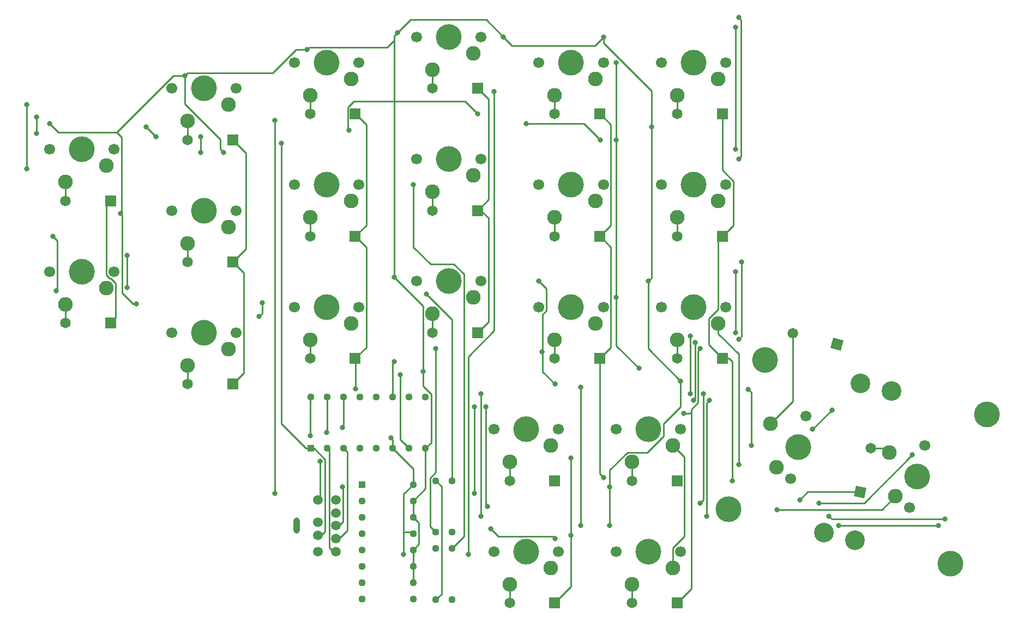
<source format=gbr>
%TF.GenerationSoftware,KiCad,Pcbnew,(5.1.10)-1*%
%TF.CreationDate,2021-08-19T22:28:45-05:00*%
%TF.ProjectId,LeftHand,4c656674-4861-46e6-942e-6b696361645f,rev?*%
%TF.SameCoordinates,Original*%
%TF.FileFunction,Copper,L1,Top*%
%TF.FilePolarity,Positive*%
%FSLAX46Y46*%
G04 Gerber Fmt 4.6, Leading zero omitted, Abs format (unit mm)*
G04 Created by KiCad (PCBNEW (5.1.10)-1) date 2021-08-19 22:28:45*
%MOMM*%
%LPD*%
G01*
G04 APERTURE LIST*
%TA.AperFunction,ComponentPad*%
%ADD10C,4.000000*%
%TD*%
%TA.AperFunction,ComponentPad*%
%ADD11C,1.700000*%
%TD*%
%TA.AperFunction,ComponentPad*%
%ADD12C,2.286000*%
%TD*%
%TA.AperFunction,ComponentPad*%
%ADD13C,1.651000*%
%TD*%
%TA.AperFunction,ComponentPad*%
%ADD14R,1.651000X1.651000*%
%TD*%
%TA.AperFunction,ComponentPad*%
%ADD15C,3.050000*%
%TD*%
%TA.AperFunction,ComponentPad*%
%ADD16C,0.100000*%
%TD*%
%TA.AperFunction,ComponentPad*%
%ADD17C,1.130000*%
%TD*%
%TA.AperFunction,ComponentPad*%
%ADD18R,1.130000X1.130000*%
%TD*%
%TA.AperFunction,ComponentPad*%
%ADD19C,1.500000*%
%TD*%
%TA.AperFunction,ComponentPad*%
%ADD20O,1.000000X2.500000*%
%TD*%
%TA.AperFunction,ViaPad*%
%ADD21C,0.800000*%
%TD*%
%TA.AperFunction,Conductor*%
%ADD22C,0.250000*%
%TD*%
G04 APERTURE END LIST*
D10*
%TO.P,KX1,HOLE*%
%TO.N,N/C*%
X59500000Y-63500000D03*
D11*
%TO.P,KX1,POST*%
X54500000Y-63500000D03*
X64500000Y-63500000D03*
D12*
%TO.P,KX1,1*%
%TO.N,C2*%
X63310000Y-66040000D03*
%TO.P,KX1,2*%
%TO.N,Net-(KX1-Pad2)*%
X56960000Y-68580000D03*
D13*
%TO.P,KX1,3*%
X56960000Y-71500000D03*
D14*
%TO.P,KX1,4*%
%TO.N,R5*%
X63960000Y-71500000D03*
%TD*%
D15*
%TO.P,KT2_2,HOLE*%
%TO.N,N/C*%
X147259150Y-76581322D03*
X141562971Y-99772009D03*
D10*
X162059236Y-80216572D03*
X156363057Y-103407259D03*
X151209000Y-89846400D03*
D11*
%TO.P,KT2_2,POST*%
X152401667Y-84990729D03*
X150016333Y-94702071D03*
D12*
%TO.P,KT2_2,1*%
%TO.N,C2*%
X147833506Y-92940547D03*
%TO.P,KT2_2,2*%
%TO.N,Net-(KT2_2-Pad2)*%
X146881513Y-86167969D03*
D13*
%TO.P,KT2_2,3*%
X144045801Y-85471451D03*
%TA.AperFunction,ComponentPad*%
D16*
%TO.P,KT2_2,4*%
%TO.N,R0*%
G36*
X141771305Y-91270810D02*
G01*
X143374648Y-91664629D01*
X142980829Y-93267972D01*
X141377486Y-92874153D01*
X141771305Y-91270810D01*
G37*
%TD.AperFunction*%
%TD*%
D10*
%TO.P,KT2_1,HOLE*%
%TO.N,N/C*%
X121907764Y-94944228D03*
X127603943Y-71753541D03*
D15*
X142404029Y-75388791D03*
X136707850Y-98579478D03*
D10*
X132758000Y-85314400D03*
D11*
%TO.P,KT2_1,POST*%
X133950667Y-80458729D03*
X131565333Y-90170071D03*
D12*
%TO.P,KT2_1,1*%
%TO.N,C2*%
X129382506Y-88408547D03*
%TO.P,KT2_1,2*%
%TO.N,Net-(KT2_1-Pad2)*%
X128430513Y-81635969D03*
D13*
%TO.P,KT2_1,3*%
X131879707Y-67593367D03*
%TA.AperFunction,ComponentPad*%
D16*
%TO.P,KT2_1,4*%
%TO.N,R1*%
G36*
X138150575Y-68283603D02*
G01*
X139753918Y-68677422D01*
X139360099Y-70280765D01*
X137756756Y-69886946D01*
X138150575Y-68283603D01*
G37*
%TD.AperFunction*%
%TD*%
D10*
%TO.P,KA1,HOLE*%
%TO.N,N/C*%
X40500000Y-48500000D03*
D11*
%TO.P,KA1,POST*%
X35500000Y-48500000D03*
X45500000Y-48500000D03*
D12*
%TO.P,KA1,1*%
%TO.N,C1*%
X44310000Y-51040000D03*
%TO.P,KA1,2*%
%TO.N,Net-(KA1-Pad2)*%
X37960000Y-53580000D03*
D13*
%TO.P,KA1,3*%
X37960000Y-56500000D03*
D14*
%TO.P,KA1,4*%
%TO.N,R6*%
X44960000Y-56500000D03*
%TD*%
D10*
%TO.P,KB1,HOLE*%
%TO.N,N/C*%
X116500000Y-63500000D03*
D11*
%TO.P,KB1,POST*%
X111500000Y-63500000D03*
X121500000Y-63500000D03*
D12*
%TO.P,KB1,1*%
%TO.N,C2*%
X120310000Y-66040000D03*
%TO.P,KB1,2*%
%TO.N,Net-(KB1-Pad2)*%
X113960000Y-68580000D03*
D13*
%TO.P,KB1,3*%
X113960000Y-71500000D03*
D14*
%TO.P,KB1,4*%
%TO.N,R2*%
X120960000Y-71500000D03*
%TD*%
D10*
%TO.P,KC1,HOLE*%
%TO.N,N/C*%
X78500000Y-59500000D03*
D11*
%TO.P,KC1,POST*%
X73500000Y-59500000D03*
X83500000Y-59500000D03*
D12*
%TO.P,KC1,1*%
%TO.N,C2*%
X82310000Y-62040000D03*
%TO.P,KC1,2*%
%TO.N,Net-(KC1-Pad2)*%
X75960000Y-64580000D03*
D13*
%TO.P,KC1,3*%
X75960000Y-67500000D03*
D14*
%TO.P,KC1,4*%
%TO.N,R4*%
X82960000Y-67500000D03*
%TD*%
D10*
%TO.P,KD1,HOLE*%
%TO.N,N/C*%
X78500000Y-40500000D03*
D11*
%TO.P,KD1,POST*%
X73500000Y-40500000D03*
X83500000Y-40500000D03*
D12*
%TO.P,KD1,1*%
%TO.N,C1*%
X82310000Y-43040000D03*
%TO.P,KD1,2*%
%TO.N,Net-(KD1-Pad2)*%
X75960000Y-45580000D03*
D13*
%TO.P,KD1,3*%
X75960000Y-48500000D03*
D14*
%TO.P,KD1,4*%
%TO.N,R4*%
X82960000Y-48500000D03*
%TD*%
D10*
%TO.P,KE1,HOLE*%
%TO.N,N/C*%
X78500000Y-21500000D03*
D11*
%TO.P,KE1,POST*%
X73500000Y-21500000D03*
X83500000Y-21500000D03*
D12*
%TO.P,KE1,1*%
%TO.N,C0*%
X82310000Y-24040000D03*
%TO.P,KE1,2*%
%TO.N,Net-(KE1-Pad2)*%
X75960000Y-26580000D03*
D13*
%TO.P,KE1,3*%
X75960000Y-29500000D03*
D14*
%TO.P,KE1,4*%
%TO.N,R4*%
X82960000Y-29500000D03*
%TD*%
D10*
%TO.P,KESC1,HOLE*%
%TO.N,N/C*%
X21500000Y-39000000D03*
D11*
%TO.P,KESC1,POST*%
X16500000Y-39000000D03*
X26500000Y-39000000D03*
D12*
%TO.P,KESC1,1*%
%TO.N,C0*%
X25310000Y-41540000D03*
%TO.P,KESC1,2*%
%TO.N,Net-(KESC1-Pad2)*%
X18960000Y-44080000D03*
D13*
%TO.P,KESC1,3*%
X18960000Y-47000000D03*
D14*
%TO.P,KESC1,4*%
%TO.N,R7*%
X25960000Y-47000000D03*
%TD*%
D10*
%TO.P,KF1,HOLE*%
%TO.N,N/C*%
X97500000Y-44500000D03*
D11*
%TO.P,KF1,POST*%
X92500000Y-44500000D03*
X102500000Y-44500000D03*
D12*
%TO.P,KF1,1*%
%TO.N,C1*%
X101310000Y-47040000D03*
%TO.P,KF1,2*%
%TO.N,Net-(KF1-Pad2)*%
X94960000Y-49580000D03*
D13*
%TO.P,KF1,3*%
X94960000Y-52500000D03*
D14*
%TO.P,KF1,4*%
%TO.N,R3*%
X101960000Y-52500000D03*
%TD*%
D10*
%TO.P,KG1,HOLE*%
%TO.N,N/C*%
X116500000Y-44500000D03*
D11*
%TO.P,KG1,POST*%
X111500000Y-44500000D03*
X121500000Y-44500000D03*
D12*
%TO.P,KG1,1*%
%TO.N,C1*%
X120310000Y-47040000D03*
%TO.P,KG1,2*%
%TO.N,Net-(KG1-Pad2)*%
X113960000Y-49580000D03*
D13*
%TO.P,KG1,3*%
X113960000Y-52500000D03*
D14*
%TO.P,KG1,4*%
%TO.N,R2*%
X120960000Y-52500000D03*
%TD*%
D10*
%TO.P,KQ1,HOLE*%
%TO.N,N/C*%
X40500000Y-29500000D03*
D11*
%TO.P,KQ1,POST*%
X35500000Y-29500000D03*
X45500000Y-29500000D03*
D12*
%TO.P,KQ1,1*%
%TO.N,C0*%
X44310000Y-32040000D03*
%TO.P,KQ1,2*%
%TO.N,Net-(KQ1-Pad2)*%
X37960000Y-34580000D03*
D13*
%TO.P,KQ1,3*%
X37960000Y-37500000D03*
D14*
%TO.P,KQ1,4*%
%TO.N,R6*%
X44960000Y-37500000D03*
%TD*%
D10*
%TO.P,KR1,HOLE*%
%TO.N,N/C*%
X97500000Y-25500000D03*
D11*
%TO.P,KR1,POST*%
X92500000Y-25500000D03*
X102500000Y-25500000D03*
D12*
%TO.P,KR1,1*%
%TO.N,C0*%
X101310000Y-28040000D03*
%TO.P,KR1,2*%
%TO.N,Net-(KR1-Pad2)*%
X94960000Y-30580000D03*
D13*
%TO.P,KR1,3*%
X94960000Y-33500000D03*
D14*
%TO.P,KR1,4*%
%TO.N,R3*%
X101960000Y-33500000D03*
%TD*%
D10*
%TO.P,KS1,HOLE*%
%TO.N,N/C*%
X59500000Y-44500000D03*
D11*
%TO.P,KS1,POST*%
X54500000Y-44500000D03*
X64500000Y-44500000D03*
D12*
%TO.P,KS1,1*%
%TO.N,C1*%
X63310000Y-47040000D03*
%TO.P,KS1,2*%
%TO.N,Net-(KS1-Pad2)*%
X56960000Y-49580000D03*
D13*
%TO.P,KS1,3*%
X56960000Y-52500000D03*
D14*
%TO.P,KS1,4*%
%TO.N,R5*%
X63960000Y-52500000D03*
%TD*%
D10*
%TO.P,KT1,HOLE*%
%TO.N,N/C*%
X116500000Y-25500000D03*
D11*
%TO.P,KT1,POST*%
X111500000Y-25500000D03*
X121500000Y-25500000D03*
D12*
%TO.P,KT1,1*%
%TO.N,C0*%
X120310000Y-28040000D03*
%TO.P,KT1,2*%
%TO.N,Net-(KT1-Pad2)*%
X113960000Y-30580000D03*
D13*
%TO.P,KT1,3*%
X113960000Y-33500000D03*
D14*
%TO.P,KT1,4*%
%TO.N,R2*%
X120960000Y-33500000D03*
%TD*%
D10*
%TO.P,KTAB1,HOLE*%
%TO.N,N/C*%
X21500000Y-58000000D03*
D11*
%TO.P,KTAB1,POST*%
X16500000Y-58000000D03*
X26500000Y-58000000D03*
D12*
%TO.P,KTAB1,1*%
%TO.N,C1*%
X25310000Y-60540000D03*
%TO.P,KTAB1,2*%
%TO.N,Net-(KTAB1-Pad2)*%
X18960000Y-63080000D03*
D13*
%TO.P,KTAB1,3*%
X18960000Y-66000000D03*
D14*
%TO.P,KTAB1,4*%
%TO.N,R7*%
X25960000Y-66000000D03*
%TD*%
D10*
%TO.P,KTG_A1,HOLE*%
%TO.N,N/C*%
X109500000Y-82500000D03*
D11*
%TO.P,KTG_A1,POST*%
X104500000Y-82500000D03*
X114500000Y-82500000D03*
D12*
%TO.P,KTG_A1,1*%
%TO.N,C3*%
X113310000Y-85040000D03*
%TO.P,KTG_A1,2*%
%TO.N,Net-(KTG_A1-Pad2)*%
X106960000Y-87580000D03*
D13*
%TO.P,KTG_A1,3*%
X106960000Y-90500000D03*
D14*
%TO.P,KTG_A1,4*%
%TO.N,R2*%
X113960000Y-90500000D03*
%TD*%
D10*
%TO.P,KTG_B1,HOLE*%
%TO.N,N/C*%
X90500000Y-82500000D03*
D11*
%TO.P,KTG_B1,POST*%
X85500000Y-82500000D03*
X95500000Y-82500000D03*
D12*
%TO.P,KTG_B1,1*%
%TO.N,C3*%
X94310000Y-85040000D03*
%TO.P,KTG_B1,2*%
%TO.N,Net-(KTG_B1-Pad2)*%
X87960000Y-87580000D03*
D13*
%TO.P,KTG_B1,3*%
X87960000Y-90500000D03*
D14*
%TO.P,KTG_B1,4*%
%TO.N,R3*%
X94960000Y-90500000D03*
%TD*%
D10*
%TO.P,KTG_C1,HOLE*%
%TO.N,N/C*%
X109500000Y-101500000D03*
D11*
%TO.P,KTG_C1,POST*%
X104500000Y-101500000D03*
X114500000Y-101500000D03*
D12*
%TO.P,KTG_C1,1*%
%TO.N,C3*%
X113310000Y-104040000D03*
%TO.P,KTG_C1,2*%
%TO.N,Net-(KTG_C1-Pad2)*%
X106960000Y-106580000D03*
D13*
%TO.P,KTG_C1,3*%
X106960000Y-109500000D03*
D14*
%TO.P,KTG_C1,4*%
%TO.N,R1*%
X113960000Y-109500000D03*
%TD*%
D10*
%TO.P,KTG_D1,HOLE*%
%TO.N,N/C*%
X90500000Y-101500000D03*
D11*
%TO.P,KTG_D1,POST*%
X85500000Y-101500000D03*
X95500000Y-101500000D03*
D12*
%TO.P,KTG_D1,1*%
%TO.N,C3*%
X94310000Y-104040000D03*
%TO.P,KTG_D1,2*%
%TO.N,Net-(KTG_D1-Pad2)*%
X87960000Y-106580000D03*
D13*
%TO.P,KTG_D1,3*%
X87960000Y-109500000D03*
D14*
%TO.P,KTG_D1,4*%
%TO.N,R0*%
X94960000Y-109500000D03*
%TD*%
D10*
%TO.P,KV1,HOLE*%
%TO.N,N/C*%
X97500000Y-63500000D03*
D11*
%TO.P,KV1,POST*%
X92500000Y-63500000D03*
X102500000Y-63500000D03*
D12*
%TO.P,KV1,1*%
%TO.N,C2*%
X101310000Y-66040000D03*
%TO.P,KV1,2*%
%TO.N,Net-(KV1-Pad2)*%
X94960000Y-68580000D03*
D13*
%TO.P,KV1,3*%
X94960000Y-71500000D03*
D14*
%TO.P,KV1,4*%
%TO.N,R3*%
X101960000Y-71500000D03*
%TD*%
D10*
%TO.P,KW1,HOLE*%
%TO.N,N/C*%
X59500000Y-25500000D03*
D11*
%TO.P,KW1,POST*%
X54500000Y-25500000D03*
X64500000Y-25500000D03*
D12*
%TO.P,KW1,1*%
%TO.N,C0*%
X63310000Y-28040000D03*
%TO.P,KW1,2*%
%TO.N,Net-(KW1-Pad2)*%
X56960000Y-30580000D03*
D13*
%TO.P,KW1,3*%
X56960000Y-33500000D03*
D14*
%TO.P,KW1,4*%
%TO.N,R5*%
X63960000Y-33500000D03*
%TD*%
D10*
%TO.P,KZ1,HOLE*%
%TO.N,N/C*%
X40500000Y-67500000D03*
D11*
%TO.P,KZ1,POST*%
X35500000Y-67500000D03*
X45500000Y-67500000D03*
D12*
%TO.P,KZ1,1*%
%TO.N,C2*%
X44310000Y-70040000D03*
%TO.P,KZ1,2*%
%TO.N,Net-(KZ1-Pad2)*%
X37960000Y-72580000D03*
D13*
%TO.P,KZ1,3*%
X37960000Y-75500000D03*
D14*
%TO.P,KZ1,4*%
%TO.N,R6*%
X44960000Y-75500000D03*
%TD*%
D17*
%TO.P,R0,2*%
%TO.N,VCC*%
X76500000Y-109000000D03*
%TO.P,R0,1*%
%TO.N,C0*%
X76500000Y-101000000D03*
%TD*%
%TO.P,R1,2*%
%TO.N,VCC*%
X79000000Y-109000000D03*
%TO.P,R1,1*%
%TO.N,C1*%
X79000000Y-101000000D03*
%TD*%
%TO.P,R2,2*%
%TO.N,VCC*%
X76500000Y-90500000D03*
%TO.P,R2,1*%
%TO.N,C2*%
X76500000Y-98500000D03*
%TD*%
%TO.P,R3,2*%
%TO.N,VCC*%
X79000000Y-90500000D03*
%TO.P,R3,1*%
%TO.N,C3*%
X79000000Y-98500000D03*
%TD*%
%TO.P,UDEMUX1,16*%
%TO.N,VCC*%
X57110000Y-77530000D03*
%TO.P,UDEMUX1,15*%
%TO.N,R0*%
X59650000Y-77530000D03*
%TO.P,UDEMUX1,14*%
%TO.N,R1*%
X62190000Y-77530000D03*
%TO.P,UDEMUX1,13*%
%TO.N,R2*%
X64730000Y-77530000D03*
%TO.P,UDEMUX1,12*%
%TO.N,R3*%
X67270000Y-77530000D03*
%TO.P,UDEMUX1,11*%
%TO.N,R4*%
X69810000Y-77530000D03*
%TO.P,UDEMUX1,10*%
%TO.N,R5*%
X72350000Y-77530000D03*
%TO.P,UDEMUX1,9*%
%TO.N,R6*%
X74890000Y-77530000D03*
%TO.P,UDEMUX1,8*%
%TO.N,GND*%
X74890000Y-85470000D03*
%TO.P,UDEMUX1,7*%
%TO.N,R7*%
X72350000Y-85470000D03*
%TO.P,UDEMUX1,6*%
%TO.N,VCC*%
X69810000Y-85470000D03*
%TO.P,UDEMUX1,5*%
%TO.N,GND*%
X67270000Y-85470000D03*
%TO.P,UDEMUX1,4*%
X64730000Y-85470000D03*
%TO.P,UDEMUX1,3*%
%TO.N,S2*%
X62190000Y-85470000D03*
%TO.P,UDEMUX1,2*%
%TO.N,S1*%
X59650000Y-85470000D03*
D18*
%TO.P,UDEMUX1,1*%
%TO.N,S0_DL*%
X57110000Y-85470000D03*
%TD*%
D19*
%TO.P,UDINN9,7*%
%TO.N,S1*%
X61000000Y-101500000D03*
%TO.P,UDINN9,4*%
%TO.N,S2*%
X61000000Y-99500000D03*
%TO.P,UDINN9,5*%
%TO.N,SH_LD*%
X61000000Y-97500000D03*
%TO.P,UDINN9,8*%
%TO.N,CLK_C*%
X61000000Y-95500000D03*
%TO.P,UDINN9,9*%
%TO.N,CLK_L*%
X61000000Y-93500000D03*
%TO.P,UDINN9,6*%
%TO.N,GND*%
X58200000Y-93500000D03*
%TO.P,UDINN9,3*%
%TO.N,VCC*%
X58200000Y-101500000D03*
%TO.P,UDINN9,1*%
%TO.N,S0_DL*%
X58200000Y-99000000D03*
%TO.P,UDINN9,2*%
%TO.N,RX*%
X58200000Y-97000000D03*
D20*
%TO.P,UDINN9,HOLE*%
%TO.N,N/C*%
X54850000Y-97500000D03*
%TD*%
D17*
%TO.P,UREG1,16*%
%TO.N,VCC*%
X72970000Y-91110000D03*
%TO.P,UREG1,15*%
%TO.N,GND*%
X72970000Y-93650000D03*
%TO.P,UREG1,14*%
X72970000Y-96190000D03*
%TO.P,UREG1,13*%
%TO.N,VCC*%
X72970000Y-98730000D03*
%TO.P,UREG1,12*%
%TO.N,GND*%
X72970000Y-101270000D03*
%TO.P,UREG1,11*%
X72970000Y-103810000D03*
%TO.P,UREG1,10*%
X72970000Y-106350000D03*
%TO.P,UREG1,9*%
%TO.N,RX*%
X72970000Y-108890000D03*
%TO.P,UREG1,8*%
%TO.N,GND*%
X65030000Y-108890000D03*
%TO.P,UREG1,7*%
%TO.N,Net-(UREG1-Pad7)*%
X65030000Y-106350000D03*
%TO.P,UREG1,6*%
%TO.N,C0*%
X65030000Y-103810000D03*
%TO.P,UREG1,5*%
%TO.N,C1*%
X65030000Y-101270000D03*
%TO.P,UREG1,4*%
%TO.N,C2*%
X65030000Y-98730000D03*
%TO.P,UREG1,3*%
%TO.N,C3*%
X65030000Y-96190000D03*
%TO.P,UREG1,2*%
%TO.N,CLK_C*%
X65030000Y-93650000D03*
D18*
%TO.P,UREG1,1*%
%TO.N,SH_LD*%
X65030000Y-91110000D03*
%TD*%
D21*
%TO.N,GND*%
X58500000Y-87500000D03*
X70000000Y-58875000D03*
X95000000Y-75500000D03*
X92500000Y-59500000D03*
X74500000Y-73500000D03*
X93000000Y-70500000D03*
X70500000Y-20875000D03*
X56500000Y-23500000D03*
X37500000Y-27500000D03*
X16500000Y-35000000D03*
X87000000Y-21500000D03*
X102500000Y-21500000D03*
X83000000Y-33500000D03*
X102000000Y-37500000D03*
X90500000Y-35000000D03*
X110000000Y-35500000D03*
X27500000Y-49000000D03*
X30000000Y-63000000D03*
X49500000Y-62875000D03*
X49000000Y-65000000D03*
X109500000Y-59500000D03*
X114500000Y-75000000D03*
X138000000Y-79500000D03*
X135000000Y-82500000D03*
X135000000Y-82500000D03*
X103500000Y-91500000D03*
X103500000Y-97500000D03*
X85000000Y-98000000D03*
X95000000Y-99500000D03*
X63000000Y-36000000D03*
X43500000Y-39500000D03*
%TO.N,VCC*%
X71500000Y-102000000D03*
X69500000Y-83854999D03*
X57000000Y-83500000D03*
X136000000Y-94000000D03*
X150500000Y-86500000D03*
X75000000Y-61500000D03*
X108000000Y-73000000D03*
X104500000Y-62000000D03*
X99000000Y-97500000D03*
X99000000Y-76000000D03*
X125000000Y-76275000D03*
X125500000Y-85000000D03*
X104500000Y-37500000D03*
X104500000Y-25500000D03*
X40000000Y-37000000D03*
X40000000Y-39500000D03*
%TO.N,C1*%
X73000000Y-44500000D03*
%TO.N,C2*%
X129500000Y-95000000D03*
X76500000Y-70000000D03*
X123500000Y-88000000D03*
%TO.N,R2*%
X122500000Y-90500000D03*
X82500000Y-79000000D03*
X82500000Y-92500000D03*
%TO.N,Net-(KB1-Pad6)*%
X123000000Y-58000000D03*
X123000000Y-67500000D03*
X116000000Y-68000000D03*
X116000000Y-77000000D03*
%TO.N,Net-(KB1-Pad7)*%
X124000000Y-56500000D03*
X123500000Y-68500000D03*
X116725000Y-69000000D03*
X116500000Y-78000000D03*
%TO.N,R4*%
X70000000Y-72000000D03*
%TO.N,C0*%
X81500000Y-102000000D03*
X85500000Y-30000000D03*
%TO.N,S0_DL*%
X52500000Y-38000000D03*
X13000000Y-42000000D03*
X13000000Y-32000000D03*
%TO.N,CLK_L*%
X51500000Y-92500000D03*
X51500000Y-34500000D03*
X33000000Y-37000000D03*
X31500000Y-35500000D03*
X14500000Y-36500000D03*
X14500000Y-34000000D03*
%TO.N,R7*%
X71000000Y-74000000D03*
%TO.N,R3*%
X102500000Y-90000000D03*
%TO.N,Net-(KG1-Pad10)*%
X123500000Y-18500000D03*
X123500000Y-40500000D03*
%TO.N,Net-(KG1-Pad9)*%
X123000000Y-20000000D03*
X123000000Y-39000000D03*
%TO.N,R5*%
X64000000Y-76225000D03*
%TO.N,Net-(KT2_1-Pad10)*%
X117500000Y-94000000D03*
X118000000Y-77000000D03*
%TO.N,Net-(KT2_1-Pad9)*%
X118500000Y-96000000D03*
X119000000Y-78000000D03*
%TO.N,Net-(KT2_1-Pad7)*%
X139000000Y-97500000D03*
X154500000Y-97500000D03*
%TO.N,Net-(KT2_1-Pad6)*%
X137500000Y-96000000D03*
X155500000Y-96500000D03*
%TO.N,R1*%
X117500000Y-70000000D03*
X62000000Y-82275000D03*
X115000000Y-80000000D03*
%TO.N,R0*%
X97500000Y-99000000D03*
X133000000Y-93500000D03*
X59500000Y-83000000D03*
X97500000Y-87000000D03*
%TO.N,Net-(KTAB1-Pad6)*%
X17000000Y-52500000D03*
X17500000Y-61000000D03*
%TO.N,Net-(KTAB1-Pad7)*%
X28500000Y-55500000D03*
X28500000Y-60500000D03*
%TO.N,Net-(KTG_B1-Pad6)*%
X83500000Y-77000000D03*
X83500000Y-96000000D03*
%TO.N,Net-(KTG_B1-Pad7)*%
X84225000Y-79000000D03*
X84500000Y-94500000D03*
%TO.N,SH_LD*%
X62000000Y-91500000D03*
%TD*%
D22*
%TO.N,GND*%
X72970000Y-106350000D02*
X72970000Y-103810000D01*
X72970000Y-103810000D02*
X72970000Y-101270000D01*
X72970000Y-96190000D02*
X72970000Y-93650000D01*
X74890000Y-91730000D02*
X74890000Y-85470000D01*
X72970000Y-93650000D02*
X74890000Y-91730000D01*
X58500000Y-93700000D02*
X58200000Y-94000000D01*
X58500000Y-87500000D02*
X58500000Y-93700000D01*
X74491999Y-63366999D02*
X70000000Y-58875000D01*
X75780001Y-77102799D02*
X74491999Y-75814797D01*
X75780001Y-84579999D02*
X75780001Y-77102799D01*
X74890000Y-85470000D02*
X75780001Y-84579999D01*
X93675001Y-64064001D02*
X93675001Y-60675001D01*
X93064001Y-73564001D02*
X93064001Y-64675001D01*
X93675001Y-60675001D02*
X92500000Y-59500000D01*
X93064001Y-64675001D02*
X93675001Y-64064001D01*
X95000000Y-75500000D02*
X93064001Y-73564001D01*
X74491999Y-73508001D02*
X74500000Y-73500000D01*
X74491999Y-73991999D02*
X74491999Y-73508001D01*
X74491999Y-75814797D02*
X74491999Y-73991999D01*
X74491999Y-73991999D02*
X74491999Y-63366999D01*
X70000000Y-21375000D02*
X70500000Y-20875000D01*
X68899999Y-23100001D02*
X70000000Y-22000000D01*
X56899999Y-23100001D02*
X68899999Y-23100001D01*
X56500000Y-23500000D02*
X56899999Y-23100001D01*
X70000000Y-22000000D02*
X70000000Y-21375000D01*
X54760998Y-23500000D02*
X56500000Y-23500000D01*
X51160997Y-27100001D02*
X54760998Y-23500000D01*
X37899999Y-27100001D02*
X51160997Y-27100001D01*
X37500000Y-27500000D02*
X37899999Y-27100001D01*
X35760998Y-27500000D02*
X37500000Y-27500000D01*
X26910988Y-36350010D02*
X35760998Y-27500000D01*
X17850010Y-36350010D02*
X26910988Y-36350010D01*
X16500000Y-35000000D02*
X17850010Y-36350010D01*
X72524990Y-18850010D02*
X70500000Y-20875000D01*
X84350010Y-18850010D02*
X72524990Y-18850010D01*
X87000000Y-21500000D02*
X84350010Y-18850010D01*
X88350010Y-22850010D02*
X87000000Y-21500000D01*
X101149990Y-22850010D02*
X88350010Y-22850010D01*
X102500000Y-21500000D02*
X101149990Y-22850010D01*
X81000000Y-31500000D02*
X70000000Y-31500000D01*
X70000000Y-31500000D02*
X70000000Y-22000000D01*
X83000000Y-33500000D02*
X81000000Y-31500000D01*
X70000000Y-58875000D02*
X70000000Y-31500000D01*
X99500000Y-35000000D02*
X90500000Y-35000000D01*
X102000000Y-37500000D02*
X99500000Y-35000000D01*
X102500000Y-22426998D02*
X102500000Y-21500000D01*
X110000000Y-29926998D02*
X102500000Y-22426998D01*
X110000000Y-35500000D02*
X110000000Y-29926998D01*
X37500000Y-31947358D02*
X37500000Y-27500000D01*
X43000000Y-37447358D02*
X37500000Y-31947358D01*
X27675001Y-37114023D02*
X26910988Y-36350010D01*
X27675001Y-48824999D02*
X27675001Y-37114023D01*
X27500000Y-49000000D02*
X27675001Y-48824999D01*
X27774999Y-49274999D02*
X27500000Y-49000000D01*
X27774999Y-61340684D02*
X27774999Y-49274999D01*
X29434315Y-63000000D02*
X27774999Y-61340684D01*
X30000000Y-63000000D02*
X29434315Y-63000000D01*
X49500000Y-64500000D02*
X49000000Y-65000000D01*
X49500000Y-62875000D02*
X49500000Y-64500000D01*
X110000000Y-59000000D02*
X110000000Y-35500000D01*
X109500000Y-59500000D02*
X110000000Y-59000000D01*
X109500000Y-70000000D02*
X109500000Y-59500000D01*
X114500000Y-75000000D02*
X109500000Y-70000000D01*
X138000000Y-79500000D02*
X135000000Y-82500000D01*
X103500000Y-91500000D02*
X103500000Y-97500000D01*
X94674999Y-99174999D02*
X95000000Y-99500000D01*
X86174999Y-99174999D02*
X94674999Y-99174999D01*
X85000000Y-98000000D02*
X86174999Y-99174999D01*
X103500000Y-88867358D02*
X103500000Y-91500000D01*
X109329003Y-86111999D02*
X106255359Y-86111999D01*
X111825001Y-83616001D02*
X109329003Y-86111999D01*
X111825001Y-81674999D02*
X111825001Y-83616001D01*
X114500000Y-79000000D02*
X111825001Y-81674999D01*
X106255359Y-86111999D02*
X103500000Y-88867358D01*
X114500000Y-75000000D02*
X114500000Y-79000000D01*
X63723998Y-31500000D02*
X70000000Y-31500000D01*
X73860001Y-97080001D02*
X72970000Y-96190000D01*
X73860001Y-100379999D02*
X73860001Y-97080001D01*
X72970000Y-101270000D02*
X73860001Y-100379999D01*
X62809499Y-35809499D02*
X63000000Y-36000000D01*
X62809499Y-32414499D02*
X62809499Y-35809499D01*
X63723998Y-31500000D02*
X62809499Y-32414499D01*
X43000000Y-39000000D02*
X43500000Y-39500000D01*
X43000000Y-37447358D02*
X43000000Y-39000000D01*
%TO.N,VCC*%
X77390001Y-108109999D02*
X76500000Y-109000000D01*
X77390001Y-91390001D02*
X77390001Y-108109999D01*
X76500000Y-90500000D02*
X77390001Y-91390001D01*
X71500000Y-92580000D02*
X72970000Y-91110000D01*
X72970000Y-88630000D02*
X69810000Y-85470000D01*
X72970000Y-91110000D02*
X72970000Y-88630000D01*
X69810000Y-84164999D02*
X69500000Y-83854999D01*
X69810000Y-85470000D02*
X69810000Y-84164999D01*
X57000000Y-77640000D02*
X57110000Y-77530000D01*
X57000000Y-83500000D02*
X57000000Y-77640000D01*
X143000000Y-94000000D02*
X150500000Y-86500000D01*
X136000000Y-94000000D02*
X143000000Y-94000000D01*
X79000000Y-65500000D02*
X75000000Y-61500000D01*
X79000000Y-90500000D02*
X79000000Y-65500000D01*
X104500000Y-69500000D02*
X104500000Y-62000000D01*
X108000000Y-73000000D02*
X104500000Y-69500000D01*
X99000000Y-97500000D02*
X99000000Y-76000000D01*
X125500000Y-76775000D02*
X125500000Y-85000000D01*
X125000000Y-76275000D02*
X125500000Y-76775000D01*
X104500000Y-62000000D02*
X104500000Y-37500000D01*
X104500000Y-37500000D02*
X104500000Y-25500000D01*
X72740000Y-98500000D02*
X72970000Y-98730000D01*
X71500000Y-98500000D02*
X72740000Y-98500000D01*
X71500000Y-102000000D02*
X71500000Y-98500000D01*
X71500000Y-98500000D02*
X71500000Y-92580000D01*
X40000000Y-37000000D02*
X40000000Y-39500000D01*
%TO.N,R6*%
X44960000Y-37500000D02*
X47000000Y-39540000D01*
X47000000Y-54460000D02*
X44960000Y-56500000D01*
X47000000Y-39540000D02*
X47000000Y-54460000D01*
X44960000Y-56500000D02*
X45000000Y-56500000D01*
X46675001Y-73784999D02*
X44960000Y-75500000D01*
X46675001Y-58175001D02*
X46675001Y-73784999D01*
X45000000Y-56500000D02*
X46675001Y-58175001D01*
%TO.N,Net-(KA1-Pad2)*%
X37960000Y-53580000D02*
X37960000Y-56500000D01*
%TO.N,C1*%
X73000000Y-53994988D02*
X73000000Y-44500000D01*
X80825001Y-58383999D02*
X79291012Y-56850010D01*
X80825001Y-99174999D02*
X80825001Y-58383999D01*
X79000000Y-101000000D02*
X80825001Y-99174999D01*
X73000000Y-54169988D02*
X73000000Y-53994988D01*
X75680022Y-56850010D02*
X73000000Y-54169988D01*
X79291012Y-56850010D02*
X75680022Y-56850010D01*
%TO.N,C2*%
X145774053Y-95000000D02*
X147833506Y-92940547D01*
X129500000Y-95000000D02*
X145774053Y-95000000D01*
X76500000Y-89182798D02*
X76500000Y-70000000D01*
X75609999Y-90072799D02*
X76500000Y-89182798D01*
X75609999Y-97609999D02*
X75609999Y-90072799D01*
X76500000Y-98500000D02*
X75609999Y-97609999D01*
X123500000Y-72328090D02*
X123500000Y-88000000D01*
X123500000Y-70846446D02*
X123500000Y-72328090D01*
X120310000Y-67656446D02*
X123500000Y-70846446D01*
X120310000Y-66040000D02*
X120310000Y-67656446D01*
%TO.N,Net-(KB1-Pad2)*%
X113960000Y-68580000D02*
X113960000Y-71500000D01*
%TO.N,R2*%
X122675001Y-50784999D02*
X120960000Y-52500000D01*
X122675001Y-43935999D02*
X122675001Y-50784999D01*
X120960000Y-42220998D02*
X122675001Y-43935999D01*
X120960000Y-33500000D02*
X120960000Y-42220998D01*
X118841999Y-65335359D02*
X118841999Y-69381999D01*
X118841999Y-69381999D02*
X120960000Y-71500000D01*
X120324999Y-63852359D02*
X118841999Y-65335359D01*
X120324999Y-53135001D02*
X120324999Y-63852359D01*
X120960000Y-52500000D02*
X120324999Y-53135001D01*
X82500000Y-79000000D02*
X82500000Y-92500000D01*
X122035500Y-71500000D02*
X120960000Y-71500000D01*
X122550010Y-72014510D02*
X122035500Y-71500000D01*
X122550010Y-76144978D02*
X122550010Y-72014510D01*
X122500000Y-76194988D02*
X122550010Y-76144978D01*
X122500000Y-90500000D02*
X122500000Y-76194988D01*
%TO.N,Net-(KB1-Pad6)*%
X123000000Y-58000000D02*
X123000000Y-67500000D01*
X116000000Y-68000000D02*
X116000000Y-77000000D01*
%TO.N,Net-(KB1-Pad7)*%
X124000000Y-68000000D02*
X123500000Y-68500000D01*
X124000000Y-56500000D02*
X124000000Y-68000000D01*
X116725000Y-77775000D02*
X116500000Y-78000000D01*
X116725000Y-69000000D02*
X116725000Y-77775000D01*
%TO.N,R4*%
X82960000Y-29500000D02*
X83000000Y-29500000D01*
X84675001Y-46784999D02*
X82960000Y-48500000D01*
X84675001Y-31175001D02*
X84675001Y-46784999D01*
X83000000Y-29500000D02*
X84675001Y-31175001D01*
X82960000Y-48500000D02*
X83500000Y-48500000D01*
X84675001Y-65784999D02*
X82960000Y-67500000D01*
X84675001Y-49675001D02*
X84675001Y-65784999D01*
X83500000Y-48500000D02*
X84675001Y-49675001D01*
X69810000Y-72190000D02*
X70000000Y-72000000D01*
X69810000Y-77530000D02*
X69810000Y-72190000D01*
%TO.N,Net-(KC1-Pad2)*%
X75960000Y-64580000D02*
X75960000Y-67500000D01*
%TO.N,Net-(KD1-Pad2)*%
X75960000Y-45580000D02*
X75960000Y-48500000D01*
%TO.N,C0*%
X85500000Y-67196002D02*
X85500000Y-30000000D01*
X81500000Y-71196002D02*
X85500000Y-67196002D01*
X81500000Y-102000000D02*
X81500000Y-71196002D01*
%TO.N,Net-(KE1-Pad2)*%
X75960000Y-26580000D02*
X75960000Y-29500000D01*
%TO.N,S0_DL*%
X57543002Y-85470000D02*
X57110000Y-85470000D01*
X59275001Y-87201999D02*
X57543002Y-85470000D01*
X59275001Y-98424999D02*
X59275001Y-87201999D01*
X58200000Y-99500000D02*
X59275001Y-98424999D01*
X56295000Y-85470000D02*
X52500000Y-81675000D01*
X57110000Y-85470000D02*
X56295000Y-85470000D01*
X52500000Y-81675000D02*
X52500000Y-38000000D01*
X13000000Y-42000000D02*
X13000000Y-32000000D01*
%TO.N,CLK_L*%
X51500000Y-92500000D02*
X51500000Y-34500000D01*
X33000000Y-37000000D02*
X31500000Y-35500000D01*
X14500000Y-36500000D02*
X14500000Y-34000000D01*
%TO.N,R7*%
X26778001Y-65181999D02*
X25960000Y-66000000D01*
X26778001Y-59835359D02*
X26778001Y-65181999D01*
X26014641Y-59071999D02*
X26778001Y-59835359D01*
X25324999Y-58564001D02*
X25832997Y-59071999D01*
X25324999Y-47635001D02*
X25324999Y-58564001D01*
X25832997Y-59071999D02*
X26014641Y-59071999D01*
X25960000Y-47000000D02*
X25324999Y-47635001D01*
X71000000Y-84120000D02*
X71000000Y-74000000D01*
X72350000Y-85470000D02*
X71000000Y-84120000D01*
%TO.N,Net-(KESC1-Pad2)*%
X18960000Y-44080000D02*
X18960000Y-47000000D01*
%TO.N,Net-(KF1-Pad2)*%
X94960000Y-49580000D02*
X94960000Y-52500000D01*
%TO.N,R3*%
X101960000Y-33500000D02*
X102000000Y-33500000D01*
X103675001Y-50784999D02*
X101960000Y-52500000D01*
X103675001Y-35175001D02*
X103675001Y-50784999D01*
X102000000Y-33500000D02*
X103675001Y-35175001D01*
X101960000Y-52500000D02*
X102000000Y-52500000D01*
X103675001Y-69784999D02*
X101960000Y-71500000D01*
X103675001Y-54175001D02*
X103675001Y-69784999D01*
X102000000Y-52500000D02*
X103675001Y-54175001D01*
X101960000Y-89460000D02*
X101960000Y-71500000D01*
X102500000Y-90000000D02*
X101960000Y-89460000D01*
%TO.N,Net-(KG1-Pad10)*%
X123899999Y-40100001D02*
X123500000Y-40500000D01*
X123899999Y-18899999D02*
X123899999Y-40100001D01*
X123500000Y-18500000D02*
X123899999Y-18899999D01*
%TO.N,Net-(KG1-Pad9)*%
X123000000Y-20000000D02*
X123000000Y-39000000D01*
%TO.N,Net-(KG1-Pad2)*%
X113960000Y-49580000D02*
X113960000Y-52500000D01*
%TO.N,Net-(KQ1-Pad2)*%
X37960000Y-34580000D02*
X37960000Y-37500000D01*
%TO.N,Net-(KR1-Pad2)*%
X94960000Y-30580000D02*
X94960000Y-33500000D01*
%TO.N,Net-(KS1-Pad2)*%
X56960000Y-49580000D02*
X56960000Y-52500000D01*
%TO.N,R5*%
X63960000Y-33500000D02*
X64000000Y-33500000D01*
X65675001Y-50784999D02*
X63960000Y-52500000D01*
X65675001Y-35175001D02*
X65675001Y-50784999D01*
X64000000Y-33500000D02*
X65675001Y-35175001D01*
X63960000Y-52500000D02*
X64000000Y-52500000D01*
X65675001Y-69784999D02*
X63960000Y-71500000D01*
X65675001Y-54175001D02*
X65675001Y-69784999D01*
X64000000Y-52500000D02*
X65675001Y-54175001D01*
X64000000Y-71540000D02*
X63960000Y-71500000D01*
X64000000Y-76225000D02*
X64000000Y-71540000D01*
%TO.N,Net-(KT1-Pad2)*%
X113960000Y-30580000D02*
X113960000Y-33500000D01*
%TO.N,Net-(KT2_1-Pad10)*%
X118000000Y-93500000D02*
X118000000Y-77000000D01*
X117500000Y-94000000D02*
X118000000Y-93500000D01*
%TO.N,Net-(KT2_1-Pad9)*%
X118500000Y-78500000D02*
X119000000Y-78000000D01*
X118500000Y-96000000D02*
X118500000Y-78500000D01*
%TO.N,Net-(KT2_1-Pad7)*%
X139000000Y-97500000D02*
X154500000Y-97500000D01*
%TO.N,Net-(KT2_1-Pad6)*%
X138000000Y-96500000D02*
X155500000Y-96500000D01*
X137500000Y-96000000D02*
X138000000Y-96500000D01*
%TO.N,R1*%
X117225001Y-70274999D02*
X117500000Y-70000000D01*
X117225001Y-78348001D02*
X117225001Y-70274999D01*
X116151999Y-79421003D02*
X117225001Y-78348001D01*
X113960000Y-109500000D02*
X116151999Y-107308001D01*
X62190000Y-82085000D02*
X62000000Y-82275000D01*
X62190000Y-77530000D02*
X62190000Y-82085000D01*
X116000000Y-80000000D02*
X116151999Y-79848001D01*
X115000000Y-80000000D02*
X116000000Y-80000000D01*
X116151999Y-79848001D02*
X116151999Y-79421003D01*
X116151999Y-107308001D02*
X116151999Y-79848001D01*
%TO.N,Net-(KT2_1-Pad2)*%
X131879707Y-78186775D02*
X131879707Y-67593367D01*
X128430513Y-81635969D02*
X131879707Y-78186775D01*
%TO.N,R0*%
X97500000Y-106960000D02*
X97500000Y-99000000D01*
X94960000Y-109500000D02*
X97500000Y-106960000D01*
X134230609Y-92269391D02*
X142376067Y-92269391D01*
X133000000Y-93500000D02*
X134230609Y-92269391D01*
X59650000Y-82850000D02*
X59500000Y-83000000D01*
X59650000Y-77530000D02*
X59650000Y-82850000D01*
X97500000Y-87000000D02*
X97500000Y-99000000D01*
%TO.N,Net-(KT2_2-Pad2)*%
X146184995Y-85471451D02*
X146881513Y-86167969D01*
X144045801Y-85471451D02*
X146184995Y-85471451D01*
%TO.N,Net-(KTAB1-Pad2)*%
X18960000Y-63080000D02*
X18960000Y-66000000D01*
%TO.N,Net-(KTAB1-Pad6)*%
X17675001Y-60824999D02*
X17500000Y-61000000D01*
X17675001Y-53175001D02*
X17675001Y-60824999D01*
X17000000Y-52500000D02*
X17675001Y-53175001D01*
%TO.N,Net-(KTAB1-Pad7)*%
X28500000Y-55500000D02*
X28500000Y-60500000D01*
%TO.N,Net-(KTG_A1-Pad2)*%
X106960000Y-87580000D02*
X106960000Y-90500000D01*
%TO.N,C3*%
X113310000Y-100950998D02*
X113310000Y-104040000D01*
X115110501Y-99150497D02*
X113310000Y-100950998D01*
X115110501Y-86840501D02*
X115110501Y-99150497D01*
X113310000Y-85040000D02*
X115110501Y-86840501D01*
%TO.N,Net-(KTG_B1-Pad2)*%
X87960000Y-87580000D02*
X87960000Y-90500000D01*
%TO.N,Net-(KTG_B1-Pad6)*%
X83500000Y-77000000D02*
X83500000Y-96000000D01*
%TO.N,Net-(KTG_B1-Pad7)*%
X84225000Y-94225000D02*
X84500000Y-94500000D01*
X84225000Y-79000000D02*
X84225000Y-94225000D01*
%TO.N,Net-(KTG_C1-Pad2)*%
X106960000Y-106580000D02*
X106960000Y-109500000D01*
%TO.N,Net-(KTG_D1-Pad2)*%
X87960000Y-106580000D02*
X87960000Y-109500000D01*
%TO.N,Net-(KV1-Pad2)*%
X94960000Y-68580000D02*
X94960000Y-71500000D01*
%TO.N,Net-(KW1-Pad2)*%
X56960000Y-30580000D02*
X56960000Y-33500000D01*
%TO.N,Net-(KX1-Pad2)*%
X56960000Y-68580000D02*
X56960000Y-71500000D01*
%TO.N,Net-(KZ1-Pad2)*%
X37960000Y-72580000D02*
X37960000Y-75500000D01*
%TO.N,S2*%
X62725001Y-86005001D02*
X62190000Y-85470000D01*
X62725001Y-98274999D02*
X62725001Y-86005001D01*
X61000000Y-100000000D02*
X62725001Y-98274999D01*
%TO.N,S1*%
X59924999Y-85744999D02*
X59650000Y-85470000D01*
X59924999Y-100924999D02*
X59924999Y-85744999D01*
X61000000Y-102000000D02*
X59924999Y-100924999D01*
%TO.N,SH_LD*%
X62075001Y-91575001D02*
X62000000Y-91500000D01*
X62075001Y-96924999D02*
X62075001Y-91575001D01*
X61000000Y-98000000D02*
X62075001Y-96924999D01*
%TD*%
M02*

</source>
